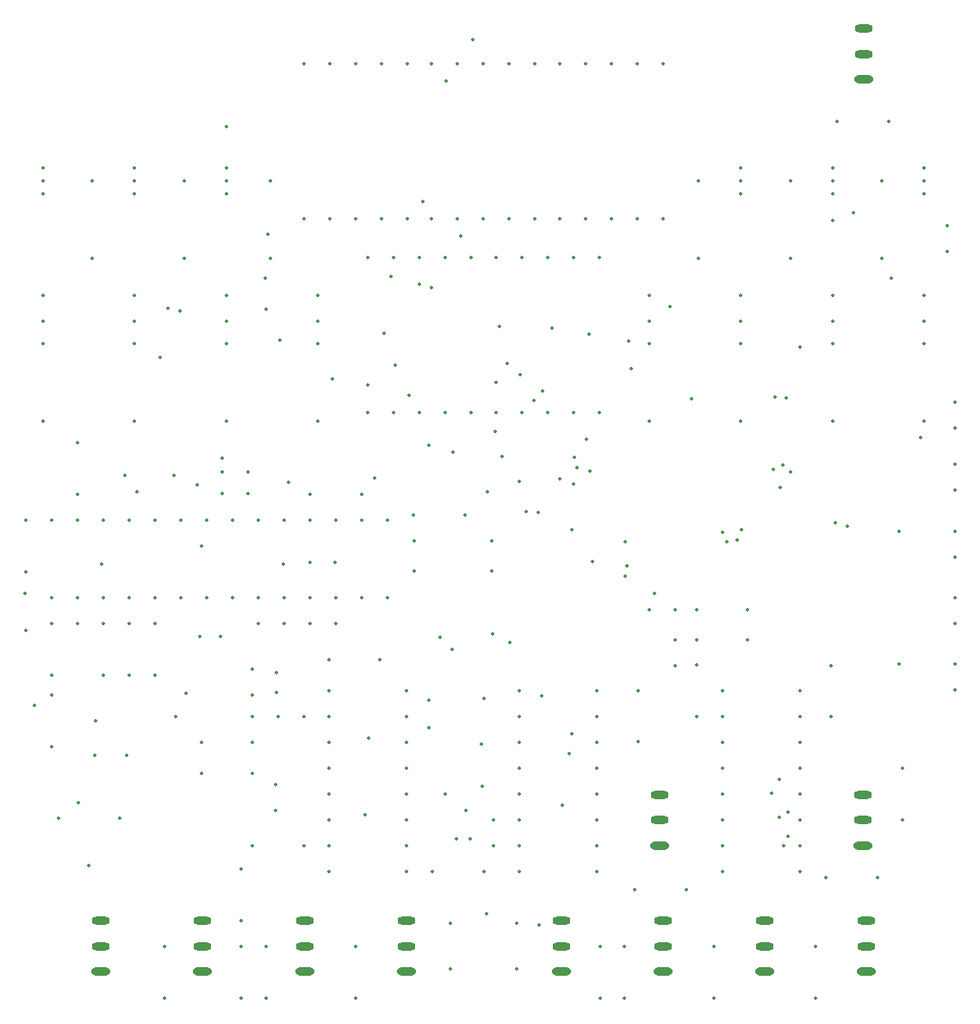
<source format=gbr>
%TF.GenerationSoftware,KiCad,Pcbnew,7.0.10*%
%TF.CreationDate,2024-04-03T15:14:14+02:00*%
%TF.ProjectId,8_switch_rgb_pcb_revision_1,385f7377-6974-4636-985f-7267625f7063,rev?*%
%TF.SameCoordinates,Original*%
%TF.FileFunction,Legend,Bot*%
%TF.FilePolarity,Positive*%
%FSLAX46Y46*%
G04 Gerber Fmt 4.6, Leading zero omitted, Abs format (unit mm)*
G04 Created by KiCad (PCBNEW 7.0.10) date 2024-04-03 15:14:14*
%MOMM*%
%LPD*%
G01*
G04 APERTURE LIST*
%ADD10C,0.350000*%
%ADD11O,1.800000X0.800000*%
%ADD12O,1.900000X0.800000*%
G04 APERTURE END LIST*
D10*
X84087412Y-117970000D03*
X85227412Y-158020000D03*
X114117412Y-159690000D03*
X86297412Y-134960000D03*
X70317412Y-161830000D03*
X100077412Y-159100000D03*
X95667412Y-120360000D03*
X90867412Y-142810000D03*
X76207412Y-155720000D03*
X83967412Y-114890000D03*
X93767412Y-167690000D03*
X75197412Y-158010000D03*
X105507412Y-156200000D03*
X119707412Y-121080000D03*
X94137412Y-160150000D03*
X67887412Y-143060000D03*
X105857412Y-135920000D03*
X115787412Y-120410000D03*
X107027412Y-119640000D03*
X100087412Y-156390000D03*
X125907412Y-126760000D03*
X77317412Y-135200000D03*
X105267412Y-160750000D03*
X112167412Y-119850000D03*
X61257412Y-156930000D03*
X111147412Y-155990000D03*
X85757412Y-143040000D03*
X116137412Y-142760000D03*
X85407412Y-121030000D03*
X96797412Y-123430000D03*
X67197412Y-161810000D03*
X71357412Y-135890000D03*
X88387412Y-142880000D03*
X84217412Y-110620000D03*
X136536776Y-121721921D03*
X85057412Y-153670000D03*
X119347412Y-140780000D03*
X105287412Y-164840000D03*
X67327412Y-158450000D03*
X85097412Y-155650000D03*
X94757412Y-134530000D03*
X119367412Y-144220000D03*
X101777412Y-95564000D03*
X107757412Y-123300000D03*
X90617412Y-124790000D03*
X103207412Y-110804000D03*
X110372412Y-126925000D03*
X94077412Y-125450000D03*
X106657412Y-125150000D03*
X106627412Y-130020000D03*
X96377412Y-114760000D03*
X123777412Y-117670000D03*
X104427412Y-91460000D03*
X111247412Y-126000000D03*
X119957412Y-123815000D03*
X98157412Y-126396000D03*
X99517412Y-107396000D03*
X145527412Y-114940000D03*
X139747412Y-109240000D03*
X80137412Y-100030000D03*
X109077412Y-124390000D03*
X135198453Y-126711041D03*
X115937412Y-133850000D03*
X134857412Y-133320000D03*
X114631820Y-133536746D03*
X134623784Y-135510000D03*
X65634594Y-166447182D03*
X100027412Y-131372437D03*
X74447412Y-117850000D03*
X75617412Y-118140000D03*
X102417412Y-132036746D03*
X114297397Y-135151691D03*
X102797412Y-170000000D03*
X105714607Y-177432805D03*
X148447412Y-130600000D03*
X60447412Y-149540000D03*
X109607387Y-137840025D03*
X106337412Y-149920000D03*
X101697412Y-165660000D03*
X101177412Y-150180000D03*
X60374962Y-145860000D03*
X108037412Y-150710000D03*
X102347412Y-151430000D03*
X103687412Y-167270000D03*
X110797412Y-137930000D03*
X104147412Y-170020000D03*
X110897412Y-178500000D03*
X112927412Y-134636746D03*
X135603332Y-133985920D03*
X128927412Y-139872260D03*
X114140485Y-139630000D03*
X130342387Y-140675025D03*
X140047372Y-138950010D03*
X129348071Y-140781523D03*
X79771972Y-132580005D03*
X133923784Y-133720000D03*
X114417412Y-132560000D03*
X141257412Y-139330000D03*
X130762387Y-139645025D03*
X133767412Y-165580000D03*
X134527412Y-164220000D03*
X135367412Y-167420000D03*
X134496679Y-167930733D03*
X135387263Y-169811268D03*
X134988909Y-170728503D03*
X100317412Y-115810000D03*
X73665065Y-122720000D03*
X115603453Y-130763959D03*
X141847412Y-108480000D03*
X99137412Y-115485000D03*
X134097412Y-126610000D03*
X77737412Y-141280000D03*
X113207412Y-166730000D03*
X107267412Y-132436746D03*
X119527412Y-143220000D03*
X108947412Y-134890000D03*
X122237412Y-145860000D03*
X113897412Y-161610000D03*
X139617412Y-158020000D03*
X139617412Y-153020000D03*
D11*
X142777412Y-165680000D03*
X142777412Y-168180000D03*
D12*
X142777412Y-170680000D03*
D10*
X82267412Y-136080000D03*
X79767412Y-136080000D03*
X151837412Y-135780000D03*
X151837412Y-133240000D03*
D11*
X67837412Y-178080000D03*
X67837412Y-180580000D03*
D12*
X67837412Y-183080000D03*
D10*
X124267412Y-153030000D03*
X124267412Y-150490000D03*
X151837412Y-142320000D03*
X151837412Y-139780000D03*
X82687412Y-155920000D03*
X82687412Y-153380000D03*
X130737412Y-119110000D03*
X130737412Y-116570000D03*
X65482412Y-148840000D03*
X71137412Y-104110000D03*
X71137412Y-105380000D03*
X71137412Y-106650000D03*
X84497412Y-105380000D03*
X84497412Y-113000000D03*
X139127412Y-173830000D03*
X144207412Y-173830000D03*
X69637412Y-167980000D03*
X63637412Y-167980000D03*
X66637412Y-172680000D03*
X120617412Y-155480000D03*
X120617412Y-160480000D03*
X128077412Y-180580000D03*
X128077412Y-185660000D03*
X81637412Y-180580000D03*
X81637412Y-185660000D03*
X126367412Y-147490000D03*
X131367412Y-147490000D03*
X106657412Y-128100000D03*
X109197412Y-128100000D03*
X111737412Y-128100000D03*
X114277412Y-128100000D03*
X116817412Y-128100000D03*
X116817412Y-112860000D03*
X114277412Y-112860000D03*
X111737412Y-112860000D03*
X109197412Y-112860000D03*
X106657412Y-112860000D03*
X150997412Y-112260000D03*
X144597412Y-105380000D03*
X144597412Y-113000000D03*
X124267412Y-147490000D03*
X121727412Y-147490000D03*
X148737412Y-119110000D03*
X148737412Y-116570000D03*
X121737412Y-119110000D03*
X121737412Y-116570000D03*
X106232412Y-140730000D03*
X98612412Y-140730000D03*
X139737412Y-104110000D03*
X139737412Y-105380000D03*
X139737412Y-106650000D03*
X62137412Y-104110000D03*
X62137412Y-105380000D03*
X62137412Y-106650000D03*
D11*
X133077412Y-178080000D03*
X133077412Y-180580000D03*
D12*
X133077412Y-183080000D03*
D10*
X139737412Y-121310000D03*
X139737412Y-128930000D03*
X71137412Y-121310000D03*
X71137412Y-128930000D03*
X66997412Y-105380000D03*
X66997412Y-113000000D03*
D11*
X142797412Y-90370000D03*
X142797412Y-92870000D03*
D12*
X142797412Y-95370000D03*
D10*
X100367412Y-173260000D03*
X105447412Y-173260000D03*
X84037412Y-180580000D03*
X84037412Y-185660000D03*
X87767412Y-158020000D03*
X82687412Y-158020000D03*
X77577412Y-150170000D03*
X79577412Y-150170000D03*
X128967412Y-155480000D03*
X128967412Y-158020000D03*
X128967412Y-160560000D03*
X128967412Y-163100000D03*
X128967412Y-165640000D03*
X128967412Y-168180000D03*
X128967412Y-170720000D03*
X128967412Y-173260000D03*
X136587412Y-173260000D03*
X136587412Y-170720000D03*
X136587412Y-168180000D03*
X136587412Y-165640000D03*
X136587412Y-163100000D03*
X136587412Y-160560000D03*
X136587412Y-158020000D03*
X136587412Y-155480000D03*
X146617412Y-168180000D03*
X146617412Y-163100000D03*
X62942412Y-155920000D03*
X62942412Y-161000000D03*
X87757412Y-109100000D03*
X90297412Y-109100000D03*
X92837412Y-109100000D03*
X95377412Y-109100000D03*
X97917412Y-109100000D03*
X97917412Y-93860000D03*
X95377412Y-93860000D03*
X92837412Y-93860000D03*
X90297412Y-93860000D03*
X87757412Y-93860000D03*
X102187412Y-178355000D03*
X108687412Y-178355000D03*
X102187412Y-182855000D03*
X108687412Y-182855000D03*
X140227412Y-99510000D03*
X145307412Y-99510000D03*
X120337412Y-175050000D03*
X125417412Y-175050000D03*
X151837412Y-127120000D03*
X103592412Y-138180000D03*
X98512412Y-138180000D03*
X138077412Y-180580000D03*
X138077412Y-185660000D03*
D11*
X77837412Y-178080000D03*
X77837412Y-180580000D03*
D12*
X77837412Y-183080000D03*
D11*
X122777412Y-165680000D03*
X122777412Y-168180000D03*
D12*
X122777412Y-170680000D03*
D10*
X89137412Y-119110000D03*
X89137412Y-116570000D03*
X88342412Y-136140000D03*
X93422412Y-136140000D03*
X60402412Y-138680000D03*
X60402412Y-143760000D03*
X71137412Y-119110000D03*
X71137412Y-116570000D03*
X79767412Y-133980000D03*
X82267412Y-133980000D03*
X108967412Y-155480000D03*
X108967412Y-158020000D03*
X108967412Y-160560000D03*
X108967412Y-163100000D03*
X108967412Y-165640000D03*
X108967412Y-168180000D03*
X108967412Y-170720000D03*
X108967412Y-173260000D03*
X116587412Y-173260000D03*
X116587412Y-170720000D03*
X116587412Y-168180000D03*
X116587412Y-165640000D03*
X116587412Y-163100000D03*
X116587412Y-160560000D03*
X116587412Y-158020000D03*
X116587412Y-155480000D03*
X146297412Y-139780000D03*
X106427412Y-168180000D03*
X62137412Y-119110000D03*
X62137412Y-116570000D03*
X73102412Y-148840000D03*
X73102412Y-153920000D03*
X139737412Y-119110000D03*
X139737412Y-116570000D03*
X84997412Y-167200000D03*
X84997412Y-164660000D03*
X68022412Y-148840000D03*
X68022412Y-153920000D03*
X106232412Y-143730000D03*
X98612412Y-143730000D03*
X65482412Y-131060000D03*
X65482412Y-136140000D03*
X95962412Y-138680000D03*
X93422412Y-138680000D03*
X90882412Y-138680000D03*
X88342412Y-138680000D03*
X85802412Y-138680000D03*
X83262412Y-138680000D03*
X80722412Y-138680000D03*
X78182412Y-138680000D03*
X75642412Y-138680000D03*
X73102412Y-138680000D03*
X70562412Y-138680000D03*
X68022412Y-138680000D03*
X65482412Y-138680000D03*
X62942412Y-138680000D03*
X62942412Y-146300000D03*
X65482412Y-146300000D03*
X68022412Y-146300000D03*
X70562412Y-146300000D03*
X73102412Y-146300000D03*
X75642412Y-146300000D03*
X78182412Y-146300000D03*
X80722412Y-146300000D03*
X83262412Y-146300000D03*
X85802412Y-146300000D03*
X88342412Y-146300000D03*
X90882412Y-146300000D03*
X93422412Y-146300000D03*
X95962412Y-146300000D03*
X116877412Y-180580000D03*
X116877412Y-185660000D03*
X80137412Y-119110000D03*
X80137412Y-116570000D03*
X112957412Y-109100000D03*
X115497412Y-109100000D03*
X118037412Y-109100000D03*
X120577412Y-109100000D03*
X123117412Y-109100000D03*
X123117412Y-93860000D03*
X120577412Y-93860000D03*
X118037412Y-93860000D03*
X115497412Y-93860000D03*
X112957412Y-93860000D03*
X82687412Y-170720000D03*
X87767412Y-170720000D03*
X89137412Y-121310000D03*
X89137412Y-128930000D03*
X82687412Y-163570000D03*
X77687412Y-163570000D03*
X81637412Y-173000000D03*
X81637412Y-178080000D03*
X80137412Y-104110000D03*
X80137412Y-105380000D03*
X80137412Y-106650000D03*
X126597412Y-105380000D03*
X126597412Y-113000000D03*
D11*
X113077412Y-178080000D03*
X113077412Y-180580000D03*
D12*
X113077412Y-183080000D03*
D10*
X130737412Y-104110000D03*
X130737412Y-105380000D03*
X130737412Y-106650000D03*
X88342412Y-148840000D03*
X90267412Y-155480000D03*
X90267412Y-158020000D03*
X90267412Y-160560000D03*
X90267412Y-163100000D03*
X90267412Y-165640000D03*
X90267412Y-168180000D03*
X90267412Y-170720000D03*
X90267412Y-173260000D03*
X97887412Y-173260000D03*
X97887412Y-170720000D03*
X97887412Y-168180000D03*
X97887412Y-165640000D03*
X97887412Y-163100000D03*
X97887412Y-160560000D03*
X97887412Y-158020000D03*
X97887412Y-155480000D03*
X90882412Y-148840000D03*
D11*
X87837412Y-178080000D03*
X87837412Y-180580000D03*
D12*
X87837412Y-183080000D03*
D10*
X148737412Y-104110000D03*
X148737412Y-105380000D03*
X148737412Y-106650000D03*
X146297412Y-152860000D03*
X126367412Y-158020000D03*
X126367412Y-152940000D03*
X148737412Y-121310000D03*
X148737412Y-128930000D03*
X150997412Y-109720000D03*
X151837412Y-129660000D03*
X151837412Y-155400000D03*
X151837412Y-152860000D03*
X151837412Y-148860000D03*
X151837412Y-146320000D03*
D11*
X143077412Y-178080000D03*
X143077412Y-180580000D03*
D12*
X143077412Y-183080000D03*
D10*
X75997412Y-113000000D03*
X75997412Y-105380000D03*
X75047412Y-134310000D03*
X70167412Y-134310000D03*
X131367412Y-150490000D03*
X126367412Y-150490000D03*
X130737412Y-121310000D03*
X130737412Y-128930000D03*
X135597412Y-113000000D03*
X135597412Y-105380000D03*
X106427412Y-170720000D03*
D11*
X123077412Y-178080000D03*
X123077412Y-180580000D03*
D12*
X123077412Y-183080000D03*
D10*
X80137412Y-121310000D03*
X80137412Y-128930000D03*
X77687412Y-160570000D03*
X82687412Y-160570000D03*
X83262412Y-148840000D03*
X90267412Y-152450000D03*
X95267412Y-152450000D03*
X85802412Y-148840000D03*
X121737412Y-121310000D03*
X121737412Y-128930000D03*
X74037412Y-180580000D03*
X74037412Y-185660000D03*
X94057412Y-128100000D03*
X96597412Y-128100000D03*
X99137412Y-128100000D03*
X101677412Y-128100000D03*
X104217412Y-128100000D03*
X104217412Y-112860000D03*
X101677412Y-112860000D03*
X99137412Y-112860000D03*
X96597412Y-112860000D03*
X94057412Y-112860000D03*
X62137412Y-121310000D03*
X62137412Y-128930000D03*
D11*
X97837412Y-178080000D03*
X97837412Y-180580000D03*
D12*
X97837412Y-183080000D03*
D10*
X62942412Y-148840000D03*
X62942412Y-153920000D03*
X70562412Y-148840000D03*
X70562412Y-153920000D03*
X92837412Y-180580000D03*
X92837412Y-185660000D03*
X119277412Y-180580000D03*
X119277412Y-185660000D03*
X100357412Y-109100000D03*
X102897412Y-109100000D03*
X105437412Y-109100000D03*
X107977412Y-109100000D03*
X110517412Y-109100000D03*
X110517412Y-93860000D03*
X107977412Y-93860000D03*
X105437412Y-93860000D03*
X102897412Y-93860000D03*
X100357412Y-93860000D03*
M02*

</source>
